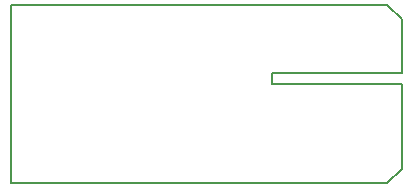
<source format=gm1>
G04*
G04 #@! TF.GenerationSoftware,Altium Limited,Altium Designer,20.0.13 (296)*
G04*
G04 Layer_Color=16711935*
%FSLAX24Y24*%
%MOIN*%
G70*
G01*
G75*
%ADD19C,0.0050*%
D19*
X31935Y34235D02*
X32928D01*
X31931Y34231D02*
X31935Y34235D01*
X23650Y34231D02*
X31931D01*
X23650D02*
Y40163D01*
X31934D01*
X31935Y40165D01*
X32928D01*
X32377Y37523D02*
Y37877D01*
X36200Y34235D02*
X36700Y34700D01*
Y37523D01*
X36200Y40165D02*
X36700Y39700D01*
Y37877D02*
Y39700D01*
X32377Y37523D02*
X36700D01*
X32377Y37877D02*
X36700D01*
X32928Y34235D02*
X36200D01*
X32928Y40165D02*
X36200D01*
M02*

</source>
